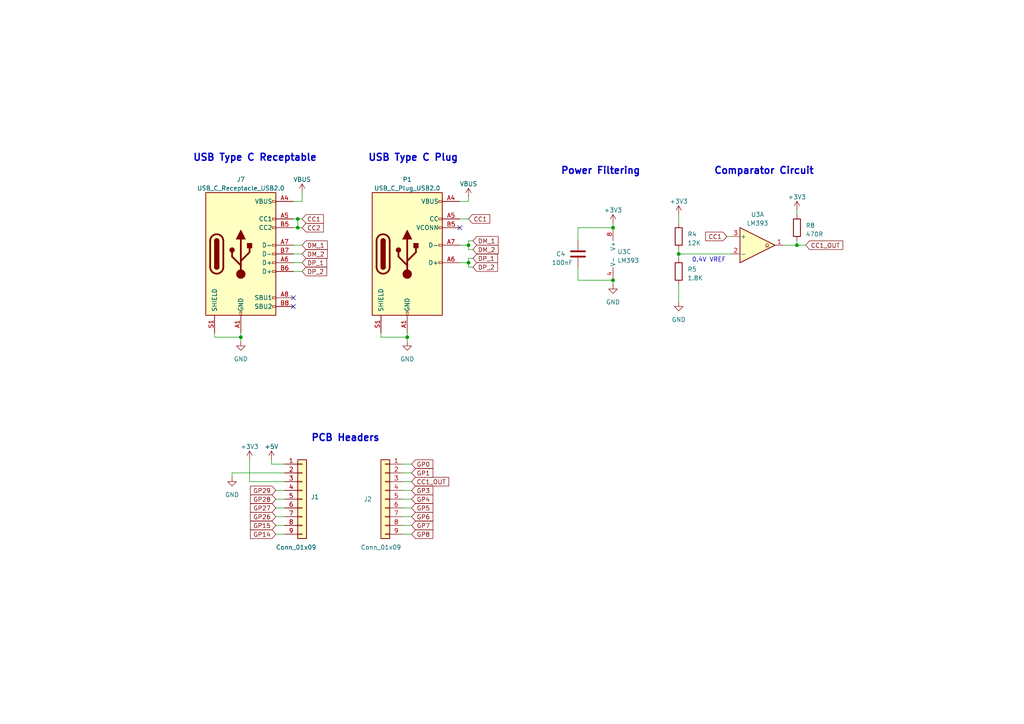
<source format=kicad_sch>
(kicad_sch (version 20230121) (generator eeschema)

  (uuid a324b0e0-b83c-4671-a7c4-d7cac57eb41a)

  (paper "A4")

  (title_block
    (title "Pico PD Sniffer")
    (date "2025-08-23")
    (rev "1.0")
    (company "Orestis Mokas")
  )

  (lib_symbols
    (symbol "Comparator:LM393" (pin_names (offset 0.127)) (in_bom yes) (on_board yes)
      (property "Reference" "U" (at 3.81 3.81 0)
        (effects (font (size 1.27 1.27)))
      )
      (property "Value" "LM393" (at 6.35 -3.81 0)
        (effects (font (size 1.27 1.27)))
      )
      (property "Footprint" "" (at 0 0 0)
        (effects (font (size 1.27 1.27)) hide)
      )
      (property "Datasheet" "http://www.ti.com/lit/ds/symlink/lm393.pdf" (at 0 0 0)
        (effects (font (size 1.27 1.27)) hide)
      )
      (property "ki_locked" "" (at 0 0 0)
        (effects (font (size 1.27 1.27)))
      )
      (property "ki_keywords" "cmp open collector" (at 0 0 0)
        (effects (font (size 1.27 1.27)) hide)
      )
      (property "ki_description" "Low-Power, Low-Offset Voltage, Dual Comparators, DIP-8/SOIC-8/TO-99-8" (at 0 0 0)
        (effects (font (size 1.27 1.27)) hide)
      )
      (property "ki_fp_filters" "SOIC*3.9x4.9mm*P1.27mm* DIP*W7.62mm* SOP*5.28x5.23mm*P1.27mm* VSSOP*3.0x3.0mm*P0.65mm* TSSOP*4.4x3mm*P0.65mm*" (at 0 0 0)
        (effects (font (size 1.27 1.27)) hide)
      )
      (symbol "LM393_1_1"
        (polyline
          (pts
            (xy -5.08 5.08)
            (xy 5.08 0)
            (xy -5.08 -5.08)
            (xy -5.08 5.08)
          )
          (stroke (width 0.254) (type default))
          (fill (type background))
        )
        (polyline
          (pts
            (xy 3.302 -0.508)
            (xy 2.794 -0.508)
            (xy 3.302 0)
            (xy 2.794 0.508)
            (xy 2.286 0)
            (xy 2.794 -0.508)
            (xy 2.286 -0.508)
          )
          (stroke (width 0.127) (type default))
          (fill (type none))
        )
        (pin open_collector line (at 7.62 0 180) (length 2.54)
          (name "~" (effects (font (size 1.27 1.27))))
          (number "1" (effects (font (size 1.27 1.27))))
        )
        (pin input line (at -7.62 -2.54 0) (length 2.54)
          (name "-" (effects (font (size 1.27 1.27))))
          (number "2" (effects (font (size 1.27 1.27))))
        )
        (pin input line (at -7.62 2.54 0) (length 2.54)
          (name "+" (effects (font (size 1.27 1.27))))
          (number "3" (effects (font (size 1.27 1.27))))
        )
      )
      (symbol "LM393_2_1"
        (polyline
          (pts
            (xy -5.08 5.08)
            (xy 5.08 0)
            (xy -5.08 -5.08)
            (xy -5.08 5.08)
          )
          (stroke (width 0.254) (type default))
          (fill (type background))
        )
        (polyline
          (pts
            (xy 3.302 -0.508)
            (xy 2.794 -0.508)
            (xy 3.302 0)
            (xy 2.794 0.508)
            (xy 2.286 0)
            (xy 2.794 -0.508)
            (xy 2.286 -0.508)
          )
          (stroke (width 0.127) (type default))
          (fill (type none))
        )
        (pin input line (at -7.62 2.54 0) (length 2.54)
          (name "+" (effects (font (size 1.27 1.27))))
          (number "5" (effects (font (size 1.27 1.27))))
        )
        (pin input line (at -7.62 -2.54 0) (length 2.54)
          (name "-" (effects (font (size 1.27 1.27))))
          (number "6" (effects (font (size 1.27 1.27))))
        )
        (pin open_collector line (at 7.62 0 180) (length 2.54)
          (name "~" (effects (font (size 1.27 1.27))))
          (number "7" (effects (font (size 1.27 1.27))))
        )
      )
      (symbol "LM393_3_1"
        (pin power_in line (at -2.54 -7.62 90) (length 3.81)
          (name "V-" (effects (font (size 1.27 1.27))))
          (number "4" (effects (font (size 1.27 1.27))))
        )
        (pin power_in line (at -2.54 7.62 270) (length 3.81)
          (name "V+" (effects (font (size 1.27 1.27))))
          (number "8" (effects (font (size 1.27 1.27))))
        )
      )
    )
    (symbol "Connector:USB_C_Plug_USB2.0" (pin_names (offset 1.016)) (in_bom yes) (on_board yes)
      (property "Reference" "P" (at -10.16 19.05 0)
        (effects (font (size 1.27 1.27)) (justify left))
      )
      (property "Value" "USB_C_Plug_USB2.0" (at 12.7 19.05 0)
        (effects (font (size 1.27 1.27)) (justify right))
      )
      (property "Footprint" "" (at 3.81 0 0)
        (effects (font (size 1.27 1.27)) hide)
      )
      (property "Datasheet" "https://www.usb.org/sites/default/files/documents/usb_type-c.zip" (at 3.81 0 0)
        (effects (font (size 1.27 1.27)) hide)
      )
      (property "ki_keywords" "usb universal serial bus type-C USB2.0" (at 0 0 0)
        (effects (font (size 1.27 1.27)) hide)
      )
      (property "ki_description" "USB 2.0-only Type-C Plug connector" (at 0 0 0)
        (effects (font (size 1.27 1.27)) hide)
      )
      (property "ki_fp_filters" "USB*C*Plug*" (at 0 0 0)
        (effects (font (size 1.27 1.27)) hide)
      )
      (symbol "USB_C_Plug_USB2.0_0_0"
        (rectangle (start -0.254 -17.78) (end 0.254 -16.764)
          (stroke (width 0) (type default))
          (fill (type none))
        )
        (rectangle (start 10.16 -2.286) (end 9.144 -2.794)
          (stroke (width 0) (type default))
          (fill (type none))
        )
        (rectangle (start 10.16 2.794) (end 9.144 2.286)
          (stroke (width 0) (type default))
          (fill (type none))
        )
        (rectangle (start 10.16 7.874) (end 9.144 7.366)
          (stroke (width 0) (type default))
          (fill (type none))
        )
        (rectangle (start 10.16 10.414) (end 9.144 9.906)
          (stroke (width 0) (type default))
          (fill (type none))
        )
        (rectangle (start 10.16 15.494) (end 9.144 14.986)
          (stroke (width 0) (type default))
          (fill (type none))
        )
      )
      (symbol "USB_C_Plug_USB2.0_0_1"
        (rectangle (start -10.16 17.78) (end 10.16 -17.78)
          (stroke (width 0.254) (type default))
          (fill (type background))
        )
        (arc (start -8.89 -3.81) (mid -6.985 -5.7067) (end -5.08 -3.81)
          (stroke (width 0.508) (type default))
          (fill (type none))
        )
        (arc (start -7.62 -3.81) (mid -6.985 -4.4423) (end -6.35 -3.81)
          (stroke (width 0.254) (type default))
          (fill (type none))
        )
        (arc (start -7.62 -3.81) (mid -6.985 -4.4423) (end -6.35 -3.81)
          (stroke (width 0.254) (type default))
          (fill (type outline))
        )
        (rectangle (start -7.62 -3.81) (end -6.35 3.81)
          (stroke (width 0.254) (type default))
          (fill (type outline))
        )
        (arc (start -6.35 3.81) (mid -6.985 4.4423) (end -7.62 3.81)
          (stroke (width 0.254) (type default))
          (fill (type none))
        )
        (arc (start -6.35 3.81) (mid -6.985 4.4423) (end -7.62 3.81)
          (stroke (width 0.254) (type default))
          (fill (type outline))
        )
        (arc (start -5.08 3.81) (mid -6.985 5.7067) (end -8.89 3.81)
          (stroke (width 0.508) (type default))
          (fill (type none))
        )
        (circle (center -2.54 1.143) (radius 0.635)
          (stroke (width 0.254) (type default))
          (fill (type outline))
        )
        (circle (center 0 -5.842) (radius 1.27)
          (stroke (width 0) (type default))
          (fill (type outline))
        )
        (polyline
          (pts
            (xy -8.89 -3.81)
            (xy -8.89 3.81)
          )
          (stroke (width 0.508) (type default))
          (fill (type none))
        )
        (polyline
          (pts
            (xy -5.08 3.81)
            (xy -5.08 -3.81)
          )
          (stroke (width 0.508) (type default))
          (fill (type none))
        )
        (polyline
          (pts
            (xy 0 -5.842)
            (xy 0 4.318)
          )
          (stroke (width 0.508) (type default))
          (fill (type none))
        )
        (polyline
          (pts
            (xy 0 -3.302)
            (xy -2.54 -0.762)
            (xy -2.54 0.508)
          )
          (stroke (width 0.508) (type default))
          (fill (type none))
        )
        (polyline
          (pts
            (xy 0 -2.032)
            (xy 2.54 0.508)
            (xy 2.54 1.778)
          )
          (stroke (width 0.508) (type default))
          (fill (type none))
        )
        (polyline
          (pts
            (xy -1.27 4.318)
            (xy 0 6.858)
            (xy 1.27 4.318)
            (xy -1.27 4.318)
          )
          (stroke (width 0.254) (type default))
          (fill (type outline))
        )
        (rectangle (start 1.905 1.778) (end 3.175 3.048)
          (stroke (width 0.254) (type default))
          (fill (type outline))
        )
      )
      (symbol "USB_C_Plug_USB2.0_1_1"
        (pin passive line (at 0 -22.86 90) (length 5.08)
          (name "GND" (effects (font (size 1.27 1.27))))
          (number "A1" (effects (font (size 1.27 1.27))))
        )
        (pin passive line (at 0 -22.86 90) (length 5.08) hide
          (name "GND" (effects (font (size 1.27 1.27))))
          (number "A12" (effects (font (size 1.27 1.27))))
        )
        (pin passive line (at 15.24 15.24 180) (length 5.08)
          (name "VBUS" (effects (font (size 1.27 1.27))))
          (number "A4" (effects (font (size 1.27 1.27))))
        )
        (pin bidirectional line (at 15.24 10.16 180) (length 5.08)
          (name "CC" (effects (font (size 1.27 1.27))))
          (number "A5" (effects (font (size 1.27 1.27))))
        )
        (pin bidirectional line (at 15.24 -2.54 180) (length 5.08)
          (name "D+" (effects (font (size 1.27 1.27))))
          (number "A6" (effects (font (size 1.27 1.27))))
        )
        (pin bidirectional line (at 15.24 2.54 180) (length 5.08)
          (name "D-" (effects (font (size 1.27 1.27))))
          (number "A7" (effects (font (size 1.27 1.27))))
        )
        (pin passive line (at 15.24 15.24 180) (length 5.08) hide
          (name "VBUS" (effects (font (size 1.27 1.27))))
          (number "A9" (effects (font (size 1.27 1.27))))
        )
        (pin passive line (at 0 -22.86 90) (length 5.08) hide
          (name "GND" (effects (font (size 1.27 1.27))))
          (number "B1" (effects (font (size 1.27 1.27))))
        )
        (pin passive line (at 0 -22.86 90) (length 5.08) hide
          (name "GND" (effects (font (size 1.27 1.27))))
          (number "B12" (effects (font (size 1.27 1.27))))
        )
        (pin passive line (at 15.24 15.24 180) (length 5.08) hide
          (name "VBUS" (effects (font (size 1.27 1.27))))
          (number "B4" (effects (font (size 1.27 1.27))))
        )
        (pin bidirectional line (at 15.24 7.62 180) (length 5.08)
          (name "VCONN" (effects (font (size 1.27 1.27))))
          (number "B5" (effects (font (size 1.27 1.27))))
        )
        (pin passive line (at 15.24 15.24 180) (length 5.08) hide
          (name "VBUS" (effects (font (size 1.27 1.27))))
          (number "B9" (effects (font (size 1.27 1.27))))
        )
        (pin passive line (at -7.62 -22.86 90) (length 5.08)
          (name "SHIELD" (effects (font (size 1.27 1.27))))
          (number "S1" (effects (font (size 1.27 1.27))))
        )
      )
    )
    (symbol "Connector:USB_C_Receptacle_USB2.0" (pin_names (offset 1.016)) (in_bom yes) (on_board yes)
      (property "Reference" "J" (at -10.16 19.05 0)
        (effects (font (size 1.27 1.27)) (justify left))
      )
      (property "Value" "USB_C_Receptacle_USB2.0" (at 19.05 19.05 0)
        (effects (font (size 1.27 1.27)) (justify right))
      )
      (property "Footprint" "" (at 3.81 0 0)
        (effects (font (size 1.27 1.27)) hide)
      )
      (property "Datasheet" "https://www.usb.org/sites/default/files/documents/usb_type-c.zip" (at 3.81 0 0)
        (effects (font (size 1.27 1.27)) hide)
      )
      (property "ki_keywords" "usb universal serial bus type-C USB2.0" (at 0 0 0)
        (effects (font (size 1.27 1.27)) hide)
      )
      (property "ki_description" "USB 2.0-only Type-C Receptacle connector" (at 0 0 0)
        (effects (font (size 1.27 1.27)) hide)
      )
      (property "ki_fp_filters" "USB*C*Receptacle*" (at 0 0 0)
        (effects (font (size 1.27 1.27)) hide)
      )
      (symbol "USB_C_Receptacle_USB2.0_0_0"
        (rectangle (start -0.254 -17.78) (end 0.254 -16.764)
          (stroke (width 0) (type default))
          (fill (type none))
        )
        (rectangle (start 10.16 -14.986) (end 9.144 -15.494)
          (stroke (width 0) (type default))
          (fill (type none))
        )
        (rectangle (start 10.16 -12.446) (end 9.144 -12.954)
          (stroke (width 0) (type default))
          (fill (type none))
        )
        (rectangle (start 10.16 -4.826) (end 9.144 -5.334)
          (stroke (width 0) (type default))
          (fill (type none))
        )
        (rectangle (start 10.16 -2.286) (end 9.144 -2.794)
          (stroke (width 0) (type default))
          (fill (type none))
        )
        (rectangle (start 10.16 0.254) (end 9.144 -0.254)
          (stroke (width 0) (type default))
          (fill (type none))
        )
        (rectangle (start 10.16 2.794) (end 9.144 2.286)
          (stroke (width 0) (type default))
          (fill (type none))
        )
        (rectangle (start 10.16 7.874) (end 9.144 7.366)
          (stroke (width 0) (type default))
          (fill (type none))
        )
        (rectangle (start 10.16 10.414) (end 9.144 9.906)
          (stroke (width 0) (type default))
          (fill (type none))
        )
        (rectangle (start 10.16 15.494) (end 9.144 14.986)
          (stroke (width 0) (type default))
          (fill (type none))
        )
      )
      (symbol "USB_C_Receptacle_USB2.0_0_1"
        (rectangle (start -10.16 17.78) (end 10.16 -17.78)
          (stroke (width 0.254) (type default))
          (fill (type background))
        )
        (arc (start -8.89 -3.81) (mid -6.985 -5.7067) (end -5.08 -3.81)
          (stroke (width 0.508) (type default))
          (fill (type none))
        )
        (arc (start -7.62 -3.81) (mid -6.985 -4.4423) (end -6.35 -3.81)
          (stroke (width 0.254) (type default))
          (fill (type none))
        )
        (arc (start -7.62 -3.81) (mid -6.985 -4.4423) (end -6.35 -3.81)
          (stroke (width 0.254) (type default))
          (fill (type outline))
        )
        (rectangle (start -7.62 -3.81) (end -6.35 3.81)
          (stroke (width 0.254) (type default))
          (fill (type outline))
        )
        (arc (start -6.35 3.81) (mid -6.985 4.4423) (end -7.62 3.81)
          (stroke (width 0.254) (type default))
          (fill (type none))
        )
        (arc (start -6.35 3.81) (mid -6.985 4.4423) (end -7.62 3.81)
          (stroke (width 0.254) (type default))
          (fill (type outline))
        )
        (arc (start -5.08 3.81) (mid -6.985 5.7067) (end -8.89 3.81)
          (stroke (width 0.508) (type default))
          (fill (type none))
        )
        (circle (center -2.54 1.143) (radius 0.635)
          (stroke (width 0.254) (type default))
          (fill (type outline))
        )
        (circle (center 0 -5.842) (radius 1.27)
          (stroke (width 0) (type default))
          (fill (type outline))
        )
        (polyline
          (pts
            (xy -8.89 -3.81)
            (xy -8.89 3.81)
          )
          (stroke (width 0.508) (type default))
          (fill (type none))
        )
        (polyline
          (pts
            (xy -5.08 3.81)
            (xy -5.08 -3.81)
          )
          (stroke (width 0.508) (type default))
          (fill (type none))
        )
        (polyline
          (pts
            (xy 0 -5.842)
            (xy 0 4.318)
          )
          (stroke (width 0.508) (type default))
          (fill (type none))
        )
        (polyline
          (pts
            (xy 0 -3.302)
            (xy -2.54 -0.762)
            (xy -2.54 0.508)
          )
          (stroke (width 0.508) (type default))
          (fill (type none))
        )
        (polyline
          (pts
            (xy 0 -2.032)
            (xy 2.54 0.508)
            (xy 2.54 1.778)
          )
          (stroke (width 0.508) (type default))
          (fill (type none))
        )
        (polyline
          (pts
            (xy -1.27 4.318)
            (xy 0 6.858)
            (xy 1.27 4.318)
            (xy -1.27 4.318)
          )
          (stroke (width 0.254) (type default))
          (fill (type outline))
        )
        (rectangle (start 1.905 1.778) (end 3.175 3.048)
          (stroke (width 0.254) (type default))
          (fill (type outline))
        )
      )
      (symbol "USB_C_Receptacle_USB2.0_1_1"
        (pin passive line (at 0 -22.86 90) (length 5.08)
          (name "GND" (effects (font (size 1.27 1.27))))
          (number "A1" (effects (font (size 1.27 1.27))))
        )
        (pin passive line (at 0 -22.86 90) (length 5.08) hide
          (name "GND" (effects (font (size 1.27 1.27))))
          (number "A12" (effects (font (size 1.27 1.27))))
        )
        (pin passive line (at 15.24 15.24 180) (length 5.08)
          (name "VBUS" (effects (font (size 1.27 1.27))))
          (number "A4" (effects (font (size 1.27 1.27))))
        )
        (pin bidirectional line (at 15.24 10.16 180) (length 5.08)
          (name "CC1" (effects (font (size 1.27 1.27))))
          (number "A5" (effects (font (size 1.27 1.27))))
        )
        (pin bidirectional line (at 15.24 -2.54 180) (length 5.08)
          (name "D+" (effects (font (size 1.27 1.27))))
          (number "A6" (effects (font (size 1.27 1.27))))
        )
        (pin bidirectional line (at 15.24 2.54 180) (length 5.08)
          (name "D-" (effects (font (size 1.27 1.27))))
          (number "A7" (effects (font (size 1.27 1.27))))
        )
        (pin bidirectional line (at 15.24 -12.7 180) (length 5.08)
          (name "SBU1" (effects (font (size 1.27 1.27))))
          (number "A8" (effects (font (size 1.27 1.27))))
        )
        (pin passive line (at 15.24 15.24 180) (length 5.08) hide
          (name "VBUS" (effects (font (size 1.27 1.27))))
          (number "A9" (effects (font (size 1.27 1.27))))
        )
        (pin passive line (at 0 -22.86 90) (length 5.08) hide
          (name "GND" (effects (font (size 1.27 1.27))))
          (number "B1" (effects (font (size 1.27 1.27))))
        )
        (pin passive line (at 0 -22.86 90) (length 5.08) hide
          (name "GND" (effects (font (size 1.27 1.27))))
          (number "B12" (effects (font (size 1.27 1.27))))
        )
        (pin passive line (at 15.24 15.24 180) (length 5.08) hide
          (name "VBUS" (effects (font (size 1.27 1.27))))
          (number "B4" (effects (font (size 1.27 1.27))))
        )
        (pin bidirectional line (at 15.24 7.62 180) (length 5.08)
          (name "CC2" (effects (font (size 1.27 1.27))))
          (number "B5" (effects (font (size 1.27 1.27))))
        )
        (pin bidirectional line (at 15.24 -5.08 180) (length 5.08)
          (name "D+" (effects (font (size 1.27 1.27))))
          (number "B6" (effects (font (size 1.27 1.27))))
        )
        (pin bidirectional line (at 15.24 0 180) (length 5.08)
          (name "D-" (effects (font (size 1.27 1.27))))
          (number "B7" (effects (font (size 1.27 1.27))))
        )
        (pin bidirectional line (at 15.24 -15.24 180) (length 5.08)
          (name "SBU2" (effects (font (size 1.27 1.27))))
          (number "B8" (effects (font (size 1.27 1.27))))
        )
        (pin passive line (at 15.24 15.24 180) (length 5.08) hide
          (name "VBUS" (effects (font (size 1.27 1.27))))
          (number "B9" (effects (font (size 1.27 1.27))))
        )
        (pin passive line (at -7.62 -22.86 90) (length 5.08)
          (name "SHIELD" (effects (font (size 1.27 1.27))))
          (number "S1" (effects (font (size 1.27 1.27))))
        )
      )
    )
    (symbol "Connector_Generic:Conn_01x09" (pin_names (offset 1.016) hide) (in_bom yes) (on_board yes)
      (property "Reference" "J" (at 0 12.7 0)
        (effects (font (size 1.27 1.27)))
      )
      (property "Value" "Conn_01x09" (at 0 -12.7 0)
        (effects (font (size 1.27 1.27)))
      )
      (property "Footprint" "" (at 0 0 0)
        (effects (font (size 1.27 1.27)) hide)
      )
      (property "Datasheet" "~" (at 0 0 0)
        (effects (font (size 1.27 1.27)) hide)
      )
      (property "ki_keywords" "connector" (at 0 0 0)
        (effects (font (size 1.27 1.27)) hide)
      )
      (property "ki_description" "Generic connector, single row, 01x09, script generated (kicad-library-utils/schlib/autogen/connector/)" (at 0 0 0)
        (effects (font (size 1.27 1.27)) hide)
      )
      (property "ki_fp_filters" "Connector*:*_1x??_*" (at 0 0 0)
        (effects (font (size 1.27 1.27)) hide)
      )
      (symbol "Conn_01x09_1_1"
        (rectangle (start -1.27 -10.033) (end 0 -10.287)
          (stroke (width 0.1524) (type default))
          (fill (type none))
        )
        (rectangle (start -1.27 -7.493) (end 0 -7.747)
          (stroke (width 0.1524) (type default))
          (fill (type none))
        )
        (rectangle (start -1.27 -4.953) (end 0 -5.207)
          (stroke (width 0.1524) (type default))
          (fill (type none))
        )
        (rectangle (start -1.27 -2.413) (end 0 -2.667)
          (stroke (width 0.1524) (type default))
          (fill (type none))
        )
        (rectangle (start -1.27 0.127) (end 0 -0.127)
          (stroke (width 0.1524) (type default))
          (fill (type none))
        )
        (rectangle (start -1.27 2.667) (end 0 2.413)
          (stroke (width 0.1524) (type default))
          (fill (type none))
        )
        (rectangle (start -1.27 5.207) (end 0 4.953)
          (stroke (width 0.1524) (type default))
          (fill (type none))
        )
        (rectangle (start -1.27 7.747) (end 0 7.493)
          (stroke (width 0.1524) (type default))
          (fill (type none))
        )
        (rectangle (start -1.27 10.287) (end 0 10.033)
          (stroke (width 0.1524) (type default))
          (fill (type none))
        )
        (rectangle (start -1.27 11.43) (end 1.27 -11.43)
          (stroke (width 0.254) (type default))
          (fill (type background))
        )
        (pin passive line (at -5.08 10.16 0) (length 3.81)
          (name "Pin_1" (effects (font (size 1.27 1.27))))
          (number "1" (effects (font (size 1.27 1.27))))
        )
        (pin passive line (at -5.08 7.62 0) (length 3.81)
          (name "Pin_2" (effects (font (size 1.27 1.27))))
          (number "2" (effects (font (size 1.27 1.27))))
        )
        (pin passive line (at -5.08 5.08 0) (length 3.81)
          (name "Pin_3" (effects (font (size 1.27 1.27))))
          (number "3" (effects (font (size 1.27 1.27))))
        )
        (pin passive line (at -5.08 2.54 0) (length 3.81)
          (name "Pin_4" (effects (font (size 1.27 1.27))))
          (number "4" (effects (font (size 1.27 1.27))))
        )
        (pin passive line (at -5.08 0 0) (length 3.81)
          (name "Pin_5" (effects (font (size 1.27 1.27))))
          (number "5" (effects (font (size 1.27 1.27))))
        )
        (pin passive line (at -5.08 -2.54 0) (length 3.81)
          (name "Pin_6" (effects (font (size 1.27 1.27))))
          (number "6" (effects (font (size 1.27 1.27))))
        )
        (pin passive line (at -5.08 -5.08 0) (length 3.81)
          (name "Pin_7" (effects (font (size 1.27 1.27))))
          (number "7" (effects (font (size 1.27 1.27))))
        )
        (pin passive line (at -5.08 -7.62 0) (length 3.81)
          (name "Pin_8" (effects (font (size 1.27 1.27))))
          (number "8" (effects (font (size 1.27 1.27))))
        )
        (pin passive line (at -5.08 -10.16 0) (length 3.81)
          (name "Pin_9" (effects (font (size 1.27 1.27))))
          (number "9" (effects (font (size 1.27 1.27))))
        )
      )
    )
    (symbol "Device:C" (pin_numbers hide) (pin_names (offset 0.254)) (in_bom yes) (on_board yes)
      (property "Reference" "C" (at 0.635 2.54 0)
        (effects (font (size 1.27 1.27)) (justify left))
      )
      (property "Value" "C" (at 0.635 -2.54 0)
        (effects (font (size 1.27 1.27)) (justify left))
      )
      (property "Footprint" "" (at 0.9652 -3.81 0)
        (effects (font (size 1.27 1.27)) hide)
      )
      (property "Datasheet" "~" (at 0 0 0)
        (effects (font (size 1.27 1.27)) hide)
      )
      (property "ki_keywords" "cap capacitor" (at 0 0 0)
        (effects (font (size 1.27 1.27)) hide)
      )
      (property "ki_description" "Unpolarized capacitor" (at 0 0 0)
        (effects (font (size 1.27 1.27)) hide)
      )
      (property "ki_fp_filters" "C_*" (at 0 0 0)
        (effects (font (size 1.27 1.27)) hide)
      )
      (symbol "C_0_1"
        (polyline
          (pts
            (xy -2.032 -0.762)
            (xy 2.032 -0.762)
          )
          (stroke (width 0.508) (type default))
          (fill (type none))
        )
        (polyline
          (pts
            (xy -2.032 0.762)
            (xy 2.032 0.762)
          )
          (stroke (width 0.508) (type default))
          (fill (type none))
        )
      )
      (symbol "C_1_1"
        (pin passive line (at 0 3.81 270) (length 2.794)
          (name "~" (effects (font (size 1.27 1.27))))
          (number "1" (effects (font (size 1.27 1.27))))
        )
        (pin passive line (at 0 -3.81 90) (length 2.794)
          (name "~" (effects (font (size 1.27 1.27))))
          (number "2" (effects (font (size 1.27 1.27))))
        )
      )
    )
    (symbol "Device:R" (pin_numbers hide) (pin_names (offset 0)) (in_bom yes) (on_board yes)
      (property "Reference" "R" (at 2.032 0 90)
        (effects (font (size 1.27 1.27)))
      )
      (property "Value" "R" (at 0 0 90)
        (effects (font (size 1.27 1.27)))
      )
      (property "Footprint" "" (at -1.778 0 90)
        (effects (font (size 1.27 1.27)) hide)
      )
      (property "Datasheet" "~" (at 0 0 0)
        (effects (font (size 1.27 1.27)) hide)
      )
      (property "ki_keywords" "R res resistor" (at 0 0 0)
        (effects (font (size 1.27 1.27)) hide)
      )
      (property "ki_description" "Resistor" (at 0 0 0)
        (effects (font (size 1.27 1.27)) hide)
      )
      (property "ki_fp_filters" "R_*" (at 0 0 0)
        (effects (font (size 1.27 1.27)) hide)
      )
      (symbol "R_0_1"
        (rectangle (start -1.016 -2.54) (end 1.016 2.54)
          (stroke (width 0.254) (type default))
          (fill (type none))
        )
      )
      (symbol "R_1_1"
        (pin passive line (at 0 3.81 270) (length 1.27)
          (name "~" (effects (font (size 1.27 1.27))))
          (number "1" (effects (font (size 1.27 1.27))))
        )
        (pin passive line (at 0 -3.81 90) (length 1.27)
          (name "~" (effects (font (size 1.27 1.27))))
          (number "2" (effects (font (size 1.27 1.27))))
        )
      )
    )
    (symbol "power:+3V3" (power) (pin_names (offset 0)) (in_bom yes) (on_board yes)
      (property "Reference" "#PWR" (at 0 -3.81 0)
        (effects (font (size 1.27 1.27)) hide)
      )
      (property "Value" "+3V3" (at 0 3.556 0)
        (effects (font (size 1.27 1.27)))
      )
      (property "Footprint" "" (at 0 0 0)
        (effects (font (size 1.27 1.27)) hide)
      )
      (property "Datasheet" "" (at 0 0 0)
        (effects (font (size 1.27 1.27)) hide)
      )
      (property "ki_keywords" "global power" (at 0 0 0)
        (effects (font (size 1.27 1.27)) hide)
      )
      (property "ki_description" "Power symbol creates a global label with name \"+3V3\"" (at 0 0 0)
        (effects (font (size 1.27 1.27)) hide)
      )
      (symbol "+3V3_0_1"
        (polyline
          (pts
            (xy -0.762 1.27)
            (xy 0 2.54)
          )
          (stroke (width 0) (type default))
          (fill (type none))
        )
        (polyline
          (pts
            (xy 0 0)
            (xy 0 2.54)
          )
          (stroke (width 0) (type default))
          (fill (type none))
        )
        (polyline
          (pts
            (xy 0 2.54)
            (xy 0.762 1.27)
          )
          (stroke (width 0) (type default))
          (fill (type none))
        )
      )
      (symbol "+3V3_1_1"
        (pin power_in line (at 0 0 90) (length 0) hide
          (name "+3V3" (effects (font (size 1.27 1.27))))
          (number "1" (effects (font (size 1.27 1.27))))
        )
      )
    )
    (symbol "power:+5V" (power) (pin_names (offset 0)) (in_bom yes) (on_board yes)
      (property "Reference" "#PWR" (at 0 -3.81 0)
        (effects (font (size 1.27 1.27)) hide)
      )
      (property "Value" "+5V" (at 0 3.556 0)
        (effects (font (size 1.27 1.27)))
      )
      (property "Footprint" "" (at 0 0 0)
        (effects (font (size 1.27 1.27)) hide)
      )
      (property "Datasheet" "" (at 0 0 0)
        (effects (font (size 1.27 1.27)) hide)
      )
      (property "ki_keywords" "global power" (at 0 0 0)
        (effects (font (size 1.27 1.27)) hide)
      )
      (property "ki_description" "Power symbol creates a global label with name \"+5V\"" (at 0 0 0)
        (effects (font (size 1.27 1.27)) hide)
      )
      (symbol "+5V_0_1"
        (polyline
          (pts
            (xy -0.762 1.27)
            (xy 0 2.54)
          )
          (stroke (width 0) (type default))
          (fill (type none))
        )
        (polyline
          (pts
            (xy 0 0)
            (xy 0 2.54)
          )
          (stroke (width 0) (type default))
          (fill (type none))
        )
        (polyline
          (pts
            (xy 0 2.54)
            (xy 0.762 1.27)
          )
          (stroke (width 0) (type default))
          (fill (type none))
        )
      )
      (symbol "+5V_1_1"
        (pin power_in line (at 0 0 90) (length 0) hide
          (name "+5V" (effects (font (size 1.27 1.27))))
          (number "1" (effects (font (size 1.27 1.27))))
        )
      )
    )
    (symbol "power:GND" (power) (pin_names (offset 0)) (in_bom yes) (on_board yes)
      (property "Reference" "#PWR" (at 0 -6.35 0)
        (effects (font (size 1.27 1.27)) hide)
      )
      (property "Value" "GND" (at 0 -3.81 0)
        (effects (font (size 1.27 1.27)))
      )
      (property "Footprint" "" (at 0 0 0)
        (effects (font (size 1.27 1.27)) hide)
      )
      (property "Datasheet" "" (at 0 0 0)
        (effects (font (size 1.27 1.27)) hide)
      )
      (property "ki_keywords" "global power" (at 0 0 0)
        (effects (font (size 1.27 1.27)) hide)
      )
      (property "ki_description" "Power symbol creates a global label with name \"GND\" , ground" (at 0 0 0)
        (effects (font (size 1.27 1.27)) hide)
      )
      (symbol "GND_0_1"
        (polyline
          (pts
            (xy 0 0)
            (xy 0 -1.27)
            (xy 1.27 -1.27)
            (xy 0 -2.54)
            (xy -1.27 -1.27)
            (xy 0 -1.27)
          )
          (stroke (width 0) (type default))
          (fill (type none))
        )
      )
      (symbol "GND_1_1"
        (pin power_in line (at 0 0 270) (length 0) hide
          (name "GND" (effects (font (size 1.27 1.27))))
          (number "1" (effects (font (size 1.27 1.27))))
        )
      )
    )
    (symbol "power:VBUS" (power) (pin_names (offset 0)) (in_bom yes) (on_board yes)
      (property "Reference" "#PWR" (at 0 -3.81 0)
        (effects (font (size 1.27 1.27)) hide)
      )
      (property "Value" "VBUS" (at 0 3.81 0)
        (effects (font (size 1.27 1.27)))
      )
      (property "Footprint" "" (at 0 0 0)
        (effects (font (size 1.27 1.27)) hide)
      )
      (property "Datasheet" "" (at 0 0 0)
        (effects (font (size 1.27 1.27)) hide)
      )
      (property "ki_keywords" "global power" (at 0 0 0)
        (effects (font (size 1.27 1.27)) hide)
      )
      (property "ki_description" "Power symbol creates a global label with name \"VBUS\"" (at 0 0 0)
        (effects (font (size 1.27 1.27)) hide)
      )
      (symbol "VBUS_0_1"
        (polyline
          (pts
            (xy -0.762 1.27)
            (xy 0 2.54)
          )
          (stroke (width 0) (type default))
          (fill (type none))
        )
        (polyline
          (pts
            (xy 0 0)
            (xy 0 2.54)
          )
          (stroke (width 0) (type default))
          (fill (type none))
        )
        (polyline
          (pts
            (xy 0 2.54)
            (xy 0.762 1.27)
          )
          (stroke (width 0) (type default))
          (fill (type none))
        )
      )
      (symbol "VBUS_1_1"
        (pin power_in line (at 0 0 90) (length 0) hide
          (name "VBUS" (effects (font (size 1.27 1.27))))
          (number "1" (effects (font (size 1.27 1.27))))
        )
      )
    )
  )

  (junction (at 86.36 63.5) (diameter 0) (color 0 0 0 0)
    (uuid 083d5244-b22a-4942-9f84-68aebe3c1bac)
  )
  (junction (at 135.89 71.12) (diameter 0) (color 0 0 0 0)
    (uuid 24dec28a-4458-426f-a845-98870b3bf9e4)
  )
  (junction (at 69.85 97.79) (diameter 0) (color 0 0 0 0)
    (uuid 2621dadd-c206-4737-bb97-419ce1974a13)
  )
  (junction (at 135.89 76.2) (diameter 0) (color 0 0 0 0)
    (uuid 28693a25-6bbe-4d4d-9305-066bb80dfafc)
  )
  (junction (at 231.14 71.12) (diameter 0) (color 0 0 0 0)
    (uuid 5f9b343e-db96-454a-97bf-009aab0bfd27)
  )
  (junction (at 118.11 97.79) (diameter 0) (color 0 0 0 0)
    (uuid 7e7c688c-c4af-4837-9000-0c90e787bf49)
  )
  (junction (at 196.85 73.66) (diameter 0) (color 0 0 0 0)
    (uuid 8d9d8e8e-04c2-40b8-afad-b7f62f2c8a95)
  )
  (junction (at 177.8 81.28) (diameter 0) (color 0 0 0 0)
    (uuid aecbbefe-b968-4faf-92aa-1f70e9ba6258)
  )
  (junction (at 86.36 66.04) (diameter 0) (color 0 0 0 0)
    (uuid bb26cc62-c94d-4f10-b899-9c6eba8889c1)
  )
  (junction (at 177.8 66.04) (diameter 0) (color 0 0 0 0)
    (uuid eddc495f-7f95-4f1e-b3fc-68a48f16b1f8)
  )

  (no_connect (at 85.09 86.36) (uuid 009334ed-7037-4fec-870d-1f79e8a775f5))
  (no_connect (at 85.09 88.9) (uuid 44db0b9f-fd46-4762-bccc-9da98993c87f))
  (no_connect (at 133.35 66.04) (uuid d0681716-4d90-448c-9b04-9e55e273b65b))

  (wire (pts (xy 116.84 152.4) (xy 119.38 152.4))
    (stroke (width 0) (type default))
    (uuid 011e6641-91bd-4f74-8891-ebbb5c403359)
  )
  (wire (pts (xy 87.63 58.42) (xy 87.63 55.88))
    (stroke (width 0) (type default))
    (uuid 074d078a-eb2c-449f-aff2-3f912e9fcbed)
  )
  (wire (pts (xy 133.35 76.2) (xy 135.89 76.2))
    (stroke (width 0) (type default))
    (uuid 18085d2b-0104-4e95-9c67-ece25e8fad95)
  )
  (wire (pts (xy 69.85 96.52) (xy 69.85 97.79))
    (stroke (width 0) (type default))
    (uuid 1f42de38-188b-48df-a5df-334d21805f43)
  )
  (wire (pts (xy 116.84 149.86) (xy 119.38 149.86))
    (stroke (width 0) (type default))
    (uuid 27cfc81b-daad-4044-87d8-2b9c2a0045c4)
  )
  (wire (pts (xy 67.31 137.16) (xy 82.55 137.16))
    (stroke (width 0) (type default))
    (uuid 2b77a218-25a9-4180-b748-0d71069cc596)
  )
  (wire (pts (xy 231.14 71.12) (xy 233.68 71.12))
    (stroke (width 0) (type default))
    (uuid 325320f9-a082-41ee-9b62-b3153f62a5ae)
  )
  (wire (pts (xy 167.64 66.04) (xy 177.8 66.04))
    (stroke (width 0) (type default))
    (uuid 3389e980-8646-4998-bff7-e600ca192842)
  )
  (wire (pts (xy 67.31 137.16) (xy 67.31 138.43))
    (stroke (width 0) (type default))
    (uuid 34b92714-4916-4eab-9e69-54109485aff2)
  )
  (wire (pts (xy 167.64 77.47) (xy 167.64 81.28))
    (stroke (width 0) (type default))
    (uuid 40b69816-94a6-4a1a-bdb5-7f31dbe04383)
  )
  (wire (pts (xy 86.36 66.04) (xy 87.63 66.04))
    (stroke (width 0) (type default))
    (uuid 40e12781-75d3-4a75-a0e5-a6f1061f5a4e)
  )
  (wire (pts (xy 116.84 144.78) (xy 119.38 144.78))
    (stroke (width 0) (type default))
    (uuid 43bf90a2-0d39-48cb-873e-01d6e9497790)
  )
  (wire (pts (xy 137.16 74.93) (xy 135.89 74.93))
    (stroke (width 0) (type default))
    (uuid 4f81ef84-8b53-4e51-9082-d653c7979f1e)
  )
  (wire (pts (xy 85.09 78.74) (xy 87.63 78.74))
    (stroke (width 0) (type default))
    (uuid 53a1a50d-2bb5-475f-a049-99436a6222e9)
  )
  (wire (pts (xy 196.85 72.39) (xy 196.85 73.66))
    (stroke (width 0) (type default))
    (uuid 5474f859-bb13-4dff-a73f-c41574bbbc19)
  )
  (wire (pts (xy 133.35 58.42) (xy 135.89 58.42))
    (stroke (width 0) (type default))
    (uuid 56cb5a40-a02c-433b-9d5d-a68fd44799fe)
  )
  (wire (pts (xy 85.09 76.2) (xy 87.63 76.2))
    (stroke (width 0) (type default))
    (uuid 57c5e882-cb84-4aef-8c7d-db3736dfee10)
  )
  (wire (pts (xy 137.16 69.85) (xy 135.89 69.85))
    (stroke (width 0) (type default))
    (uuid 5b25b77e-d2cc-44ee-abfe-2b231cb6fd35)
  )
  (wire (pts (xy 118.11 97.79) (xy 118.11 99.06))
    (stroke (width 0) (type default))
    (uuid 5f1cc0d2-3d86-4fb1-8524-e333a44d4fd4)
  )
  (wire (pts (xy 80.01 154.94) (xy 82.55 154.94))
    (stroke (width 0) (type default))
    (uuid 61ba8db6-9d5e-4737-a750-f7b4adfe4254)
  )
  (wire (pts (xy 135.89 72.39) (xy 137.16 72.39))
    (stroke (width 0) (type default))
    (uuid 635ab2ab-bef9-43d7-b450-5c13e064f53c)
  )
  (wire (pts (xy 135.89 74.93) (xy 135.89 76.2))
    (stroke (width 0) (type default))
    (uuid 68fb1c99-d5b3-41f9-ae7a-8e214dcdac03)
  )
  (wire (pts (xy 135.89 76.2) (xy 135.89 77.47))
    (stroke (width 0) (type default))
    (uuid 69112927-1c0d-4400-ba00-d8b43d5ba6d2)
  )
  (wire (pts (xy 78.74 134.62) (xy 82.55 134.62))
    (stroke (width 0) (type default))
    (uuid 69553ab0-ae9b-4a23-a7c5-225210e15d02)
  )
  (wire (pts (xy 196.85 73.66) (xy 196.85 74.93))
    (stroke (width 0) (type default))
    (uuid 6c6d8fa1-fc20-4755-bea7-56d747b0cd51)
  )
  (wire (pts (xy 116.84 134.62) (xy 119.38 134.62))
    (stroke (width 0) (type default))
    (uuid 6c754993-69a0-4652-896e-a86716ff7b24)
  )
  (wire (pts (xy 231.14 60.96) (xy 231.14 62.23))
    (stroke (width 0) (type default))
    (uuid 6e2e07fb-eb55-405e-90ce-87ea7a5dcfe7)
  )
  (wire (pts (xy 85.09 66.04) (xy 86.36 66.04))
    (stroke (width 0) (type default))
    (uuid 71315922-1e7a-4e09-bfca-bc53f7fb7dfd)
  )
  (wire (pts (xy 133.35 63.5) (xy 135.89 63.5))
    (stroke (width 0) (type default))
    (uuid 749bc19f-208a-44fc-9321-4258eb8fb25e)
  )
  (wire (pts (xy 110.49 96.52) (xy 110.49 97.79))
    (stroke (width 0) (type default))
    (uuid 7607fd9b-c899-4be7-8413-f33daec79dd5)
  )
  (wire (pts (xy 167.64 69.85) (xy 167.64 66.04))
    (stroke (width 0) (type default))
    (uuid 7aa78df5-ac29-4ec9-9be5-3221505bf215)
  )
  (wire (pts (xy 85.09 63.5) (xy 86.36 63.5))
    (stroke (width 0) (type default))
    (uuid 7c7ab183-d451-4de6-8a1b-43c9b8cae72d)
  )
  (wire (pts (xy 133.35 71.12) (xy 135.89 71.12))
    (stroke (width 0) (type default))
    (uuid 82f76ac8-a202-4d1c-b3dc-1a2f8832ee26)
  )
  (wire (pts (xy 116.84 147.32) (xy 119.38 147.32))
    (stroke (width 0) (type default))
    (uuid 8445d9ad-49fb-43e5-b827-52d7c5e51d1a)
  )
  (wire (pts (xy 135.89 58.42) (xy 135.89 57.15))
    (stroke (width 0) (type default))
    (uuid 85e60900-34aa-4966-8528-3a9d7bb8e823)
  )
  (wire (pts (xy 116.84 139.7) (xy 119.38 139.7))
    (stroke (width 0) (type default))
    (uuid 8cc9d519-5f16-4599-adce-b42de4b59b78)
  )
  (wire (pts (xy 80.01 149.86) (xy 82.55 149.86))
    (stroke (width 0) (type default))
    (uuid 91952f09-05e7-4311-8957-07c76674ca88)
  )
  (wire (pts (xy 85.09 58.42) (xy 87.63 58.42))
    (stroke (width 0) (type default))
    (uuid 91a4cd73-ea20-486d-aa35-31d7eeb13bd3)
  )
  (wire (pts (xy 118.11 96.52) (xy 118.11 97.79))
    (stroke (width 0) (type default))
    (uuid 92d8a6be-d161-4f7d-9d6d-79faec302010)
  )
  (wire (pts (xy 62.23 96.52) (xy 62.23 97.79))
    (stroke (width 0) (type default))
    (uuid 93a0ff44-9590-4892-9738-4c335fbe0526)
  )
  (wire (pts (xy 196.85 62.23) (xy 196.85 64.77))
    (stroke (width 0) (type default))
    (uuid 974961a9-c45e-40a5-86db-49590fa9c7d4)
  )
  (wire (pts (xy 196.85 82.55) (xy 196.85 87.63))
    (stroke (width 0) (type default))
    (uuid 9c911a78-a039-4757-bd64-85be903dc1c8)
  )
  (wire (pts (xy 62.23 97.79) (xy 69.85 97.79))
    (stroke (width 0) (type default))
    (uuid 9e3dc39f-0e30-4829-87c6-67024ebce67f)
  )
  (wire (pts (xy 78.74 133.35) (xy 78.74 134.62))
    (stroke (width 0) (type default))
    (uuid 9f99e388-24bd-4a74-981a-45d050a77404)
  )
  (wire (pts (xy 196.85 73.66) (xy 212.09 73.66))
    (stroke (width 0) (type default))
    (uuid a4ac4f61-021a-49fe-95c7-3940c08d4269)
  )
  (wire (pts (xy 116.84 154.94) (xy 119.38 154.94))
    (stroke (width 0) (type default))
    (uuid aa07025b-58be-46f7-bb1b-688f5fe33fc5)
  )
  (wire (pts (xy 231.14 69.85) (xy 231.14 71.12))
    (stroke (width 0) (type default))
    (uuid aa72f811-eeb8-43ea-a845-f1cb7d06041f)
  )
  (wire (pts (xy 135.89 71.12) (xy 135.89 72.39))
    (stroke (width 0) (type default))
    (uuid b0eb4e16-ac36-4493-8648-c29cbad50a45)
  )
  (wire (pts (xy 82.55 139.7) (xy 72.39 139.7))
    (stroke (width 0) (type default))
    (uuid b5fc01d9-7d6f-4f4a-899a-5dc4958e1e5e)
  )
  (wire (pts (xy 227.33 71.12) (xy 231.14 71.12))
    (stroke (width 0) (type default))
    (uuid be65aad2-4df7-498a-8482-54268308921d)
  )
  (wire (pts (xy 69.85 97.79) (xy 69.85 99.06))
    (stroke (width 0) (type default))
    (uuid be984d79-ef39-472a-a733-2f4f8be685e5)
  )
  (wire (pts (xy 72.39 139.7) (xy 72.39 133.35))
    (stroke (width 0) (type default))
    (uuid bf6aafcf-379c-4c87-bf5a-a838f93bcbe7)
  )
  (wire (pts (xy 85.09 73.66) (xy 87.63 73.66))
    (stroke (width 0) (type default))
    (uuid c1dcbe68-0a5e-4396-bafc-27a493132a4a)
  )
  (wire (pts (xy 85.09 71.12) (xy 87.63 71.12))
    (stroke (width 0) (type default))
    (uuid c2462574-cbb9-4479-b21c-5955b825e81d)
  )
  (wire (pts (xy 210.82 68.58) (xy 212.09 68.58))
    (stroke (width 0) (type default))
    (uuid c4f2c664-0bcc-41a9-b27a-58967aafb4a1)
  )
  (wire (pts (xy 80.01 142.24) (xy 82.55 142.24))
    (stroke (width 0) (type default))
    (uuid d234c3f7-2622-4498-a862-10d7cb4424de)
  )
  (wire (pts (xy 135.89 77.47) (xy 137.16 77.47))
    (stroke (width 0) (type default))
    (uuid d310efb9-d6f0-4c0e-8304-e2897a4bd12c)
  )
  (wire (pts (xy 135.89 69.85) (xy 135.89 71.12))
    (stroke (width 0) (type default))
    (uuid d32d28a6-0680-4f0e-8d51-e2891ba7e286)
  )
  (wire (pts (xy 116.84 142.24) (xy 119.38 142.24))
    (stroke (width 0) (type default))
    (uuid d600a57d-5a70-416d-97d6-e21aa09ecdb6)
  )
  (wire (pts (xy 167.64 81.28) (xy 177.8 81.28))
    (stroke (width 0) (type default))
    (uuid d6861b90-bdf6-4829-8007-50264fb21a3c)
  )
  (wire (pts (xy 110.49 97.79) (xy 118.11 97.79))
    (stroke (width 0) (type default))
    (uuid d8218b28-5eb8-41fe-8114-554a61f538c9)
  )
  (wire (pts (xy 177.8 64.77) (xy 177.8 66.04))
    (stroke (width 0) (type default))
    (uuid dafd6927-9d5e-4c76-aa26-aac4f3f5ffd4)
  )
  (wire (pts (xy 80.01 152.4) (xy 82.55 152.4))
    (stroke (width 0) (type default))
    (uuid e267e962-d21b-47ec-94d9-8f5f4c657ab6)
  )
  (wire (pts (xy 86.36 63.5) (xy 87.63 63.5))
    (stroke (width 0) (type default))
    (uuid e2af29bf-799f-43ac-9d52-0de8e0c5ed1d)
  )
  (wire (pts (xy 177.8 81.28) (xy 177.8 82.55))
    (stroke (width 0) (type default))
    (uuid e34ba441-0dc7-46a9-9263-44c7b234ef79)
  )
  (wire (pts (xy 80.01 144.78) (xy 82.55 144.78))
    (stroke (width 0) (type default))
    (uuid e41dde17-d498-4d56-aef8-4be50eab9dad)
  )
  (wire (pts (xy 116.84 137.16) (xy 119.38 137.16))
    (stroke (width 0) (type default))
    (uuid e7e9229e-e465-4f7e-884c-d97787cb362c)
  )
  (wire (pts (xy 80.01 147.32) (xy 82.55 147.32))
    (stroke (width 0) (type default))
    (uuid e93236d9-5f85-46fa-a5b4-1a12193efcd9)
  )
  (wire (pts (xy 86.36 63.5) (xy 86.36 66.04))
    (stroke (width 0) (type default))
    (uuid f598d890-4247-47f0-b640-0725c033b517)
  )

  (text "USB Type C Receptable" (at 55.88 46.99 0)
    (effects (font (size 2 2) (thickness 0.4) bold) (justify left bottom))
    (uuid 23ea2a1e-bc2b-4a2f-8923-54e4cbdeb8b3)
  )
  (text "USB Type C Plug" (at 106.68 46.99 0)
    (effects (font (size 2 2) (thickness 0.4) bold) (justify left bottom))
    (uuid 689a60d0-b642-4978-a0f0-fba032874d74)
  )
  (text "0.4V VREF\n" (at 200.66 76.2 0)
    (effects (font (size 1.27 1.27)) (justify left bottom))
    (uuid 80db26b2-fa86-4920-a483-adf0ac73c8c2)
  )
  (text "Power Filtering" (at 162.56 50.8 0)
    (effects (font (size 2 2) (thickness 0.4) bold) (justify left bottom))
    (uuid 8cdfbe96-132f-445a-bd17-c80170e45665)
  )
  (text "PCB Headers" (at 90.17 128.27 0)
    (effects (font (size 2 2) (thickness 0.4) bold) (justify left bottom))
    (uuid a08eec35-2f1a-48ef-b254-f741f8ff2a9e)
  )
  (text "Comparator Circuit" (at 207.01 50.8 0)
    (effects (font (size 2 2) (thickness 0.4) bold) (justify left bottom))
    (uuid ce742780-94ef-420f-af32-bb18c75e22e2)
  )

  (global_label "CC1" (shape input) (at 87.63 63.5 0) (fields_autoplaced)
    (effects (font (size 1.27 1.27)) (justify left))
    (uuid 00da4d59-eebf-41f7-bf29-723f3c5bd706)
    (property "Intersheetrefs" "${INTERSHEET_REFS}" (at 94.2853 63.5 0)
      (effects (font (size 1.27 1.27)) (justify left) hide)
    )
  )
  (global_label "GP14" (shape input) (at 80.01 154.94 180) (fields_autoplaced)
    (effects (font (size 1.27 1.27)) (justify right))
    (uuid 017f4314-fa1b-425a-a283-4111923b25db)
    (property "Intersheetrefs" "${INTERSHEET_REFS}" (at 72.1452 154.94 0)
      (effects (font (size 1.27 1.27)) (justify right) hide)
    )
  )
  (global_label "CC1" (shape input) (at 210.82 68.58 180) (fields_autoplaced)
    (effects (font (size 1.27 1.27)) (justify right))
    (uuid 068384b5-3ba8-4a5a-86aa-d7d7225002ec)
    (property "Intersheetrefs" "${INTERSHEET_REFS}" (at 204.1647 68.58 0)
      (effects (font (size 1.27 1.27)) (justify right) hide)
    )
  )
  (global_label "CC1_OUT" (shape input) (at 233.68 71.12 0) (fields_autoplaced)
    (effects (font (size 1.27 1.27)) (justify left))
    (uuid 16827aba-ee77-460a-bb04-562ae785ae9c)
    (property "Intersheetrefs" "${INTERSHEET_REFS}" (at 244.9315 71.12 0)
      (effects (font (size 1.27 1.27)) (justify left) hide)
    )
  )
  (global_label "GP8" (shape input) (at 119.38 154.94 0) (fields_autoplaced)
    (effects (font (size 1.27 1.27)) (justify left))
    (uuid 169a7517-64dd-41dd-8062-dab13c281943)
    (property "Intersheetrefs" "${INTERSHEET_REFS}" (at 126.0353 154.94 0)
      (effects (font (size 1.27 1.27)) (justify left) hide)
    )
  )
  (global_label "GP28" (shape input) (at 80.01 144.78 180) (fields_autoplaced)
    (effects (font (size 1.27 1.27)) (justify right))
    (uuid 1e69856b-b149-4e6a-ac86-e93a697cb608)
    (property "Intersheetrefs" "${INTERSHEET_REFS}" (at 72.1452 144.78 0)
      (effects (font (size 1.27 1.27)) (justify right) hide)
    )
  )
  (global_label "DM_1" (shape input) (at 137.16 69.85 0) (fields_autoplaced)
    (effects (font (size 1.27 1.27)) (justify left))
    (uuid 2d0b426b-088c-4f68-83ba-7ad502215edc)
    (property "Intersheetrefs" "${INTERSHEET_REFS}" (at 144.9643 69.85 0)
      (effects (font (size 1.27 1.27)) (justify left) hide)
    )
  )
  (global_label "CC1" (shape input) (at 135.89 63.5 0) (fields_autoplaced)
    (effects (font (size 1.27 1.27)) (justify left))
    (uuid 2e4a9b10-d5d9-4cf4-9e7d-0cbd7cb5c457)
    (property "Intersheetrefs" "${INTERSHEET_REFS}" (at 142.5453 63.5 0)
      (effects (font (size 1.27 1.27)) (justify left) hide)
    )
  )
  (global_label "CC2" (shape input) (at 87.63 66.04 0) (fields_autoplaced)
    (effects (font (size 1.27 1.27)) (justify left))
    (uuid 2f68c236-3db6-4175-abac-64d1530bbcd8)
    (property "Intersheetrefs" "${INTERSHEET_REFS}" (at 94.2853 66.04 0)
      (effects (font (size 1.27 1.27)) (justify left) hide)
    )
  )
  (global_label "GP26" (shape input) (at 80.01 149.86 180) (fields_autoplaced)
    (effects (font (size 1.27 1.27)) (justify right))
    (uuid 30494b5e-9577-422e-a20c-beeab0f62354)
    (property "Intersheetrefs" "${INTERSHEET_REFS}" (at 72.1452 149.86 0)
      (effects (font (size 1.27 1.27)) (justify right) hide)
    )
  )
  (global_label "GP15" (shape input) (at 80.01 152.4 180) (fields_autoplaced)
    (effects (font (size 1.27 1.27)) (justify right))
    (uuid 36cc0780-7c36-4c3c-bd68-d009b751b1b2)
    (property "Intersheetrefs" "${INTERSHEET_REFS}" (at 72.1452 152.4 0)
      (effects (font (size 1.27 1.27)) (justify right) hide)
    )
  )
  (global_label "DM_2" (shape input) (at 137.16 72.39 0) (fields_autoplaced)
    (effects (font (size 1.27 1.27)) (justify left))
    (uuid 390ddea6-5414-42ba-b983-66a6d4582259)
    (property "Intersheetrefs" "${INTERSHEET_REFS}" (at 144.9643 72.39 0)
      (effects (font (size 1.27 1.27)) (justify left) hide)
    )
  )
  (global_label "GP1" (shape input) (at 119.38 137.16 0) (fields_autoplaced)
    (effects (font (size 1.27 1.27)) (justify left))
    (uuid 3971d245-bff7-464c-8c91-61c08b434a31)
    (property "Intersheetrefs" "${INTERSHEET_REFS}" (at 126.0353 137.16 0)
      (effects (font (size 1.27 1.27)) (justify left) hide)
    )
  )
  (global_label "DP_2" (shape input) (at 87.63 78.74 0) (fields_autoplaced)
    (effects (font (size 1.27 1.27)) (justify left))
    (uuid 45d2b592-18f3-4af7-99c8-1fbf1a660d8b)
    (property "Intersheetrefs" "${INTERSHEET_REFS}" (at 95.2529 78.74 0)
      (effects (font (size 1.27 1.27)) (justify left) hide)
    )
  )
  (global_label "GP3" (shape input) (at 119.38 142.24 0) (fields_autoplaced)
    (effects (font (size 1.27 1.27)) (justify left))
    (uuid 480165bf-a921-41c4-be1c-e90479957c39)
    (property "Intersheetrefs" "${INTERSHEET_REFS}" (at 126.0353 142.24 0)
      (effects (font (size 1.27 1.27)) (justify left) hide)
    )
  )
  (global_label "DP_1" (shape input) (at 87.63 76.2 0) (fields_autoplaced)
    (effects (font (size 1.27 1.27)) (justify left))
    (uuid 49dc700f-361f-4160-a0f7-d4348ce0198a)
    (property "Intersheetrefs" "${INTERSHEET_REFS}" (at 95.2529 76.2 0)
      (effects (font (size 1.27 1.27)) (justify left) hide)
    )
  )
  (global_label "DP_2" (shape input) (at 137.16 77.47 0) (fields_autoplaced)
    (effects (font (size 1.27 1.27)) (justify left))
    (uuid 60f43b52-f5a9-40d1-a0d3-566ac5c21cf3)
    (property "Intersheetrefs" "${INTERSHEET_REFS}" (at 144.7829 77.47 0)
      (effects (font (size 1.27 1.27)) (justify left) hide)
    )
  )
  (global_label "DP_1" (shape input) (at 137.16 74.93 0) (fields_autoplaced)
    (effects (font (size 1.27 1.27)) (justify left))
    (uuid 6739fb4c-e9d6-48fa-939d-64a7fa3ab888)
    (property "Intersheetrefs" "${INTERSHEET_REFS}" (at 144.7829 74.93 0)
      (effects (font (size 1.27 1.27)) (justify left) hide)
    )
  )
  (global_label "DM_2" (shape input) (at 87.63 73.66 0) (fields_autoplaced)
    (effects (font (size 1.27 1.27)) (justify left))
    (uuid 79016461-b268-4f1b-b207-6c4b262467c2)
    (property "Intersheetrefs" "${INTERSHEET_REFS}" (at 95.4343 73.66 0)
      (effects (font (size 1.27 1.27)) (justify left) hide)
    )
  )
  (global_label "GP27" (shape input) (at 80.01 147.32 180) (fields_autoplaced)
    (effects (font (size 1.27 1.27)) (justify right))
    (uuid 89c4b374-b38c-4980-88a6-8a122b9377ac)
    (property "Intersheetrefs" "${INTERSHEET_REFS}" (at 72.1452 147.32 0)
      (effects (font (size 1.27 1.27)) (justify right) hide)
    )
  )
  (global_label "GP7" (shape input) (at 119.38 152.4 0) (fields_autoplaced)
    (effects (font (size 1.27 1.27)) (justify left))
    (uuid 9ccd7eb6-faff-41f8-b3ee-7f539205ac53)
    (property "Intersheetrefs" "${INTERSHEET_REFS}" (at 126.0353 152.4 0)
      (effects (font (size 1.27 1.27)) (justify left) hide)
    )
  )
  (global_label "GP4" (shape input) (at 119.38 144.78 0) (fields_autoplaced)
    (effects (font (size 1.27 1.27)) (justify left))
    (uuid a28525e3-8961-4e6a-b9b6-2619ec1aab6a)
    (property "Intersheetrefs" "${INTERSHEET_REFS}" (at 126.0353 144.78 0)
      (effects (font (size 1.27 1.27)) (justify left) hide)
    )
  )
  (global_label "GP29" (shape input) (at 80.01 142.24 180) (fields_autoplaced)
    (effects (font (size 1.27 1.27)) (justify right))
    (uuid b7a9d541-4cae-4081-97fc-3ffe6c1f1e83)
    (property "Intersheetrefs" "${INTERSHEET_REFS}" (at 72.1452 142.24 0)
      (effects (font (size 1.27 1.27)) (justify right) hide)
    )
  )
  (global_label "GP6" (shape input) (at 119.38 149.86 0) (fields_autoplaced)
    (effects (font (size 1.27 1.27)) (justify left))
    (uuid b7b1b9f5-a1a8-4521-a10d-0bfb23ec1b1d)
    (property "Intersheetrefs" "${INTERSHEET_REFS}" (at 126.0353 149.86 0)
      (effects (font (size 1.27 1.27)) (justify left) hide)
    )
  )
  (global_label "DM_1" (shape input) (at 87.63 71.12 0) (fields_autoplaced)
    (effects (font (size 1.27 1.27)) (justify left))
    (uuid bfb72fb6-d41a-41a6-bfdc-5f5c7aa32f68)
    (property "Intersheetrefs" "${INTERSHEET_REFS}" (at 95.4343 71.12 0)
      (effects (font (size 1.27 1.27)) (justify left) hide)
    )
  )
  (global_label "CC1_OUT" (shape input) (at 119.38 139.7 0) (fields_autoplaced)
    (effects (font (size 1.27 1.27)) (justify left))
    (uuid c42a1716-1a0b-4e03-aa1c-3070fdfe2bc7)
    (property "Intersheetrefs" "${INTERSHEET_REFS}" (at 130.6315 139.7 0)
      (effects (font (size 1.27 1.27)) (justify left) hide)
    )
  )
  (global_label "GP0" (shape input) (at 119.38 134.62 0) (fields_autoplaced)
    (effects (font (size 1.27 1.27)) (justify left))
    (uuid d1cc1355-8558-43ea-95c5-a7214659cf85)
    (property "Intersheetrefs" "${INTERSHEET_REFS}" (at 126.0353 134.62 0)
      (effects (font (size 1.27 1.27)) (justify left) hide)
    )
  )
  (global_label "GP5" (shape input) (at 119.38 147.32 0) (fields_autoplaced)
    (effects (font (size 1.27 1.27)) (justify left))
    (uuid fb1272f0-cadd-4c77-a215-d5fa7091f0d2)
    (property "Intersheetrefs" "${INTERSHEET_REFS}" (at 126.0353 147.32 0)
      (effects (font (size 1.27 1.27)) (justify left) hide)
    )
  )

  (symbol (lib_id "power:+3V3") (at 231.14 60.96 0) (unit 1)
    (in_bom yes) (on_board yes) (dnp no) (fields_autoplaced)
    (uuid 07637900-9f5d-4ca7-b660-a16c90389512)
    (property "Reference" "#PWR024" (at 231.14 64.77 0)
      (effects (font (size 1.27 1.27)) hide)
    )
    (property "Value" "+3V3" (at 231.14 57.15 0)
      (effects (font (size 1.27 1.27)))
    )
    (property "Footprint" "" (at 231.14 60.96 0)
      (effects (font (size 1.27 1.27)) hide)
    )
    (property "Datasheet" "" (at 231.14 60.96 0)
      (effects (font (size 1.27 1.27)) hide)
    )
    (pin "1" (uuid ab4f0c38-431f-4f92-a755-d77b8a9e4f06))
    (instances
      (project "RP2040_PD_Sniffer"
        (path "/90fa14b3-d192-4b7c-aa91-4200102a0457"
          (reference "#PWR024") (unit 1)
        )
      )
      (project "Pico_PD_Sniffer"
        (path "/a324b0e0-b83c-4671-a7c4-d7cac57eb41a"
          (reference "#PWR018") (unit 1)
        )
      )
    )
  )

  (symbol (lib_id "power:+3V3") (at 177.8 64.77 0) (unit 1)
    (in_bom yes) (on_board yes) (dnp no) (fields_autoplaced)
    (uuid 25bf4ac2-f6b8-4abf-bdb2-c19825ba37ba)
    (property "Reference" "#PWR019" (at 177.8 68.58 0)
      (effects (font (size 1.27 1.27)) hide)
    )
    (property "Value" "+3V3" (at 177.8 60.96 0)
      (effects (font (size 1.27 1.27)))
    )
    (property "Footprint" "" (at 177.8 64.77 0)
      (effects (font (size 1.27 1.27)) hide)
    )
    (property "Datasheet" "" (at 177.8 64.77 0)
      (effects (font (size 1.27 1.27)) hide)
    )
    (pin "1" (uuid f2a6363a-1f4a-4fc0-9151-1b656dac24d4))
    (instances
      (project "RP2040_PD_Sniffer"
        (path "/90fa14b3-d192-4b7c-aa91-4200102a0457"
          (reference "#PWR019") (unit 1)
        )
      )
      (project "Pico_PD_Sniffer"
        (path "/a324b0e0-b83c-4671-a7c4-d7cac57eb41a"
          (reference "#PWR09") (unit 1)
        )
      )
    )
  )

  (symbol (lib_id "power:GND") (at 69.85 99.06 0) (unit 1)
    (in_bom yes) (on_board yes) (dnp no) (fields_autoplaced)
    (uuid 28ae1265-cd63-495a-bb58-8dce01c785e2)
    (property "Reference" "#PWR020" (at 69.85 105.41 0)
      (effects (font (size 1.27 1.27)) hide)
    )
    (property "Value" "GND" (at 69.85 104.14 0)
      (effects (font (size 1.27 1.27)))
    )
    (property "Footprint" "" (at 69.85 99.06 0)
      (effects (font (size 1.27 1.27)) hide)
    )
    (property "Datasheet" "" (at 69.85 99.06 0)
      (effects (font (size 1.27 1.27)) hide)
    )
    (pin "1" (uuid 50040845-7284-4cc7-ba1b-498336c71adf))
    (instances
      (project "RP2040_PD_Sniffer"
        (path "/90fa14b3-d192-4b7c-aa91-4200102a0457"
          (reference "#PWR020") (unit 1)
        )
      )
      (project "Pico_PD_Sniffer"
        (path "/a324b0e0-b83c-4671-a7c4-d7cac57eb41a"
          (reference "#PWR011") (unit 1)
        )
      )
    )
  )

  (symbol (lib_id "Comparator:LM393") (at 219.71 71.12 0) (unit 1)
    (in_bom yes) (on_board yes) (dnp no) (fields_autoplaced)
    (uuid 2d6ea0c2-6fb8-46fa-a5b1-62c704e3410a)
    (property "Reference" "U3" (at 219.71 62.23 0)
      (effects (font (size 1.27 1.27)))
    )
    (property "Value" "LM393" (at 219.71 64.77 0)
      (effects (font (size 1.27 1.27)))
    )
    (property "Footprint" "Package_SO:SOIC-8_3.9x4.9mm_P1.27mm" (at 219.71 71.12 0)
      (effects (font (size 1.27 1.27)) hide)
    )
    (property "Datasheet" "http://www.ti.com/lit/ds/symlink/lm393.pdf" (at 219.71 71.12 0)
      (effects (font (size 1.27 1.27)) hide)
    )
    (pin "1" (uuid f376b99d-c565-4f13-91e0-5005e7f8a8fc))
    (pin "2" (uuid ea6fc670-cd97-4b38-82a2-c2c4417ee0af))
    (pin "3" (uuid 10628903-701c-431c-9368-71d458155c8d))
    (pin "5" (uuid 6968bfe2-6897-4ea3-8497-cf1e169cf511))
    (pin "6" (uuid afd329fb-011f-43a8-be8a-488f81c0a008))
    (pin "7" (uuid e1a5d7f7-1528-4423-a017-bd845b3cfab0))
    (pin "4" (uuid 4fb27922-fd1f-4784-83da-249725e80448))
    (pin "8" (uuid c1103bd3-1f54-4db6-8f6a-a488b8cc675b))
    (instances
      (project "RP2040_PD_Sniffer"
        (path "/90fa14b3-d192-4b7c-aa91-4200102a0457"
          (reference "U3") (unit 1)
        )
      )
      (project "Pico_PD_Sniffer"
        (path "/a324b0e0-b83c-4671-a7c4-d7cac57eb41a"
          (reference "U3") (unit 1)
        )
      )
    )
  )

  (symbol (lib_id "Connector_Generic:Conn_01x09") (at 111.76 144.78 0) (mirror y) (unit 1)
    (in_bom yes) (on_board yes) (dnp no)
    (uuid 4727e2ac-02d5-4fb0-8fb3-f34005a1a963)
    (property "Reference" "J2" (at 106.68 144.78 0)
      (effects (font (size 1.27 1.27)))
    )
    (property "Value" "Conn_01x09" (at 110.49 158.75 0)
      (effects (font (size 1.27 1.27)))
    )
    (property "Footprint" "Connector_PinHeader_2.54mm:PinHeader_1x09_P2.54mm_Vertical" (at 111.76 144.78 0)
      (effects (font (size 1.27 1.27)) hide)
    )
    (property "Datasheet" "~" (at 111.76 144.78 0)
      (effects (font (size 1.27 1.27)) hide)
    )
    (pin "1" (uuid 001ba51d-0937-4229-b6e3-e41dae0f127c))
    (pin "2" (uuid 1b28eda5-3558-4597-a6e5-a74db158ecb7))
    (pin "3" (uuid 87deb203-c74d-48b3-8c9f-cf887ae6bf23))
    (pin "4" (uuid 35f6eff3-f29b-4210-9b11-047b50be3c40))
    (pin "5" (uuid 944dd8f2-c47c-45b5-bbb2-debf04d35271))
    (pin "6" (uuid 7a06c76a-f848-4dd9-8a0f-685af00cf5a8))
    (pin "7" (uuid bf618b6c-c6ab-4836-8e61-46b5ab43271f))
    (pin "8" (uuid 35f35079-88a8-4efa-8485-6f0362e480bf))
    (pin "9" (uuid affba708-536d-4461-8fe3-d3cdb184ced8))
    (instances
      (project "Pico_PD_Sniffer"
        (path "/a324b0e0-b83c-4671-a7c4-d7cac57eb41a"
          (reference "J2") (unit 1)
        )
      )
    )
  )

  (symbol (lib_id "Device:R") (at 231.14 66.04 0) (unit 1)
    (in_bom yes) (on_board yes) (dnp no) (fields_autoplaced)
    (uuid 7b280db4-8130-44b8-a116-0f229dea7dc3)
    (property "Reference" "R8" (at 233.68 65.405 0)
      (effects (font (size 1.27 1.27)) (justify left))
    )
    (property "Value" "470R" (at 233.68 67.945 0)
      (effects (font (size 1.27 1.27)) (justify left))
    )
    (property "Footprint" "Resistor_SMD:R_0805_2012Metric_Pad1.20x1.40mm_HandSolder" (at 229.362 66.04 90)
      (effects (font (size 1.27 1.27)) hide)
    )
    (property "Datasheet" "~" (at 231.14 66.04 0)
      (effects (font (size 1.27 1.27)) hide)
    )
    (pin "1" (uuid be075677-4d89-49c5-87e9-eee1e9436d20))
    (pin "2" (uuid 85afeec9-f4a4-4085-9ef8-0d636ef6a564))
    (instances
      (project "RP2040_PD_Sniffer"
        (path "/90fa14b3-d192-4b7c-aa91-4200102a0457"
          (reference "R8") (unit 1)
        )
      )
      (project "Pico_PD_Sniffer"
        (path "/a324b0e0-b83c-4671-a7c4-d7cac57eb41a"
          (reference "R8") (unit 1)
        )
      )
    )
  )

  (symbol (lib_id "power:+3V3") (at 196.85 62.23 0) (unit 1)
    (in_bom yes) (on_board yes) (dnp no) (fields_autoplaced)
    (uuid 89beeebc-de52-424a-ad90-c5afea6be84b)
    (property "Reference" "#PWR026" (at 196.85 66.04 0)
      (effects (font (size 1.27 1.27)) hide)
    )
    (property "Value" "+3V3" (at 196.85 58.42 0)
      (effects (font (size 1.27 1.27)))
    )
    (property "Footprint" "" (at 196.85 62.23 0)
      (effects (font (size 1.27 1.27)) hide)
    )
    (property "Datasheet" "" (at 196.85 62.23 0)
      (effects (font (size 1.27 1.27)) hide)
    )
    (pin "1" (uuid 42b5c52f-9954-4d43-ad26-f0fd152ee45b))
    (instances
      (project "RP2040_PD_Sniffer"
        (path "/90fa14b3-d192-4b7c-aa91-4200102a0457"
          (reference "#PWR026") (unit 1)
        )
      )
      (project "Pico_PD_Sniffer"
        (path "/a324b0e0-b83c-4671-a7c4-d7cac57eb41a"
          (reference "#PWR012") (unit 1)
        )
      )
    )
  )

  (symbol (lib_id "power:GND") (at 177.8 82.55 0) (unit 1)
    (in_bom yes) (on_board yes) (dnp no) (fields_autoplaced)
    (uuid 8c5dd3e7-53e8-4b3f-b871-34d93cf7acf6)
    (property "Reference" "#PWR018" (at 177.8 88.9 0)
      (effects (font (size 1.27 1.27)) hide)
    )
    (property "Value" "GND" (at 177.8 87.63 0)
      (effects (font (size 1.27 1.27)))
    )
    (property "Footprint" "" (at 177.8 82.55 0)
      (effects (font (size 1.27 1.27)) hide)
    )
    (property "Datasheet" "" (at 177.8 82.55 0)
      (effects (font (size 1.27 1.27)) hide)
    )
    (pin "1" (uuid 9e823844-ff20-48e9-a116-cf3563e35601))
    (instances
      (project "RP2040_PD_Sniffer"
        (path "/90fa14b3-d192-4b7c-aa91-4200102a0457"
          (reference "#PWR018") (unit 1)
        )
      )
      (project "Pico_PD_Sniffer"
        (path "/a324b0e0-b83c-4671-a7c4-d7cac57eb41a"
          (reference "#PWR010") (unit 1)
        )
      )
    )
  )

  (symbol (lib_id "Connector:USB_C_Plug_USB2.0") (at 118.11 73.66 0) (unit 1)
    (in_bom yes) (on_board yes) (dnp no) (fields_autoplaced)
    (uuid 8da80c1e-49ed-45cf-8ac3-6d777f0c43ce)
    (property "Reference" "P1" (at 118.11 52.07 0)
      (effects (font (size 1.27 1.27)))
    )
    (property "Value" "USB_C_Plug_USB2.0" (at 118.11 54.61 0)
      (effects (font (size 1.27 1.27)))
    )
    (property "Footprint" "USB_C_male_12P:USB_C_male_12P" (at 121.92 73.66 0)
      (effects (font (size 1.27 1.27)) hide)
    )
    (property "Datasheet" "https://www.usb.org/sites/default/files/documents/usb_type-c.zip" (at 121.92 73.66 0)
      (effects (font (size 1.27 1.27)) hide)
    )
    (pin "A1" (uuid c99c1b1f-937b-4553-b3b6-d15fc5d48fa1))
    (pin "A12" (uuid 68004b4b-c039-4649-9a9b-2c10141bff23))
    (pin "A4" (uuid ad0d4793-b311-4cbd-a915-c27b721fcf10))
    (pin "A5" (uuid 7c7e5f58-7972-405b-90c0-6c784c3c8add))
    (pin "A6" (uuid befc7cc4-b533-4fc2-b7fe-7a14728543f9))
    (pin "A7" (uuid ec049fbd-a657-4ab0-a313-458f0bb72f1b))
    (pin "A9" (uuid d5cacc09-9d70-46ea-92d6-bdeca7395140))
    (pin "B1" (uuid aaab145e-7b02-4f42-a1f2-917d724fd4b2))
    (pin "B12" (uuid af201618-c5e7-4a09-8186-f0b571aad413))
    (pin "B4" (uuid d8500b68-ca24-43d8-99f1-f366637708a9))
    (pin "B5" (uuid ddc4c8e2-a4f0-41fd-8744-5befb0c8d879))
    (pin "B9" (uuid 7bf23c78-cc58-4f71-ac49-4284066f264f))
    (pin "S1" (uuid ea144606-4ca7-404d-848f-433343dac5ff))
    (instances
      (project "Pico_PD_Sniffer"
        (path "/a324b0e0-b83c-4671-a7c4-d7cac57eb41a"
          (reference "P1") (unit 1)
        )
      )
    )
  )

  (symbol (lib_id "power:+3V3") (at 72.39 133.35 0) (unit 1)
    (in_bom yes) (on_board yes) (dnp no) (fields_autoplaced)
    (uuid 8f426734-4dff-4ee9-b2d9-47cd70ad4f32)
    (property "Reference" "#PWR02" (at 72.39 137.16 0)
      (effects (font (size 1.27 1.27)) hide)
    )
    (property "Value" "+3V3" (at 72.39 129.54 0)
      (effects (font (size 1.27 1.27)))
    )
    (property "Footprint" "" (at 72.39 133.35 0)
      (effects (font (size 1.27 1.27)) hide)
    )
    (property "Datasheet" "" (at 72.39 133.35 0)
      (effects (font (size 1.27 1.27)) hide)
    )
    (pin "1" (uuid f7a1a9c2-9b57-4fc7-ba51-29e6e361a710))
    (instances
      (project "Pico_PD_Sniffer"
        (path "/a324b0e0-b83c-4671-a7c4-d7cac57eb41a"
          (reference "#PWR02") (unit 1)
        )
      )
    )
  )

  (symbol (lib_id "power:GND") (at 118.11 99.06 0) (unit 1)
    (in_bom yes) (on_board yes) (dnp no) (fields_autoplaced)
    (uuid 9032a340-b37d-44bc-92bb-2d8309a0e28c)
    (property "Reference" "#PWR021" (at 118.11 105.41 0)
      (effects (font (size 1.27 1.27)) hide)
    )
    (property "Value" "GND" (at 118.11 104.14 0)
      (effects (font (size 1.27 1.27)))
    )
    (property "Footprint" "" (at 118.11 99.06 0)
      (effects (font (size 1.27 1.27)) hide)
    )
    (property "Datasheet" "" (at 118.11 99.06 0)
      (effects (font (size 1.27 1.27)) hide)
    )
    (pin "1" (uuid ed50b4ed-124a-442a-ab5e-65044cbcdac1))
    (instances
      (project "RP2040_PD_Sniffer"
        (path "/90fa14b3-d192-4b7c-aa91-4200102a0457"
          (reference "#PWR021") (unit 1)
        )
      )
      (project "Pico_PD_Sniffer"
        (path "/a324b0e0-b83c-4671-a7c4-d7cac57eb41a"
          (reference "#PWR017") (unit 1)
        )
      )
    )
  )

  (symbol (lib_id "Device:R") (at 196.85 68.58 0) (unit 1)
    (in_bom yes) (on_board yes) (dnp no) (fields_autoplaced)
    (uuid 94af2897-3fb3-41eb-9b41-365805632353)
    (property "Reference" "R11" (at 199.39 67.945 0)
      (effects (font (size 1.27 1.27)) (justify left))
    )
    (property "Value" "12K" (at 199.39 70.485 0)
      (effects (font (size 1.27 1.27)) (justify left))
    )
    (property "Footprint" "Resistor_SMD:R_0805_2012Metric_Pad1.20x1.40mm_HandSolder" (at 195.072 68.58 90)
      (effects (font (size 1.27 1.27)) hide)
    )
    (property "Datasheet" "~" (at 196.85 68.58 0)
      (effects (font (size 1.27 1.27)) hide)
    )
    (pin "1" (uuid b6362023-2aaf-4e45-a906-a3a4740d4e48))
    (pin "2" (uuid 7e26e0ad-f411-4a07-a988-c60d57ce9bb0))
    (instances
      (project "RP2040_PD_Sniffer"
        (path "/90fa14b3-d192-4b7c-aa91-4200102a0457"
          (reference "R11") (unit 1)
        )
      )
      (project "Pico_PD_Sniffer"
        (path "/a324b0e0-b83c-4671-a7c4-d7cac57eb41a"
          (reference "R4") (unit 1)
        )
      )
    )
  )

  (symbol (lib_id "Device:R") (at 196.85 78.74 0) (unit 1)
    (in_bom yes) (on_board yes) (dnp no) (fields_autoplaced)
    (uuid 98400f8b-626f-46b9-8dfb-2bdf9ff22197)
    (property "Reference" "R12" (at 199.39 78.105 0)
      (effects (font (size 1.27 1.27)) (justify left))
    )
    (property "Value" "1.8K" (at 199.39 80.645 0)
      (effects (font (size 1.27 1.27)) (justify left))
    )
    (property "Footprint" "Resistor_SMD:R_0805_2012Metric_Pad1.20x1.40mm_HandSolder" (at 195.072 78.74 90)
      (effects (font (size 1.27 1.27)) hide)
    )
    (property "Datasheet" "~" (at 196.85 78.74 0)
      (effects (font (size 1.27 1.27)) hide)
    )
    (pin "1" (uuid e875dfae-518c-4707-b119-c90c93da3d9e))
    (pin "2" (uuid 57af460c-19bb-4189-8c1c-aec71b230df6))
    (instances
      (project "RP2040_PD_Sniffer"
        (path "/90fa14b3-d192-4b7c-aa91-4200102a0457"
          (reference "R12") (unit 1)
        )
      )
      (project "Pico_PD_Sniffer"
        (path "/a324b0e0-b83c-4671-a7c4-d7cac57eb41a"
          (reference "R5") (unit 1)
        )
      )
    )
  )

  (symbol (lib_id "Connector:USB_C_Receptacle_USB2.0") (at 69.85 73.66 0) (unit 1)
    (in_bom yes) (on_board yes) (dnp no) (fields_autoplaced)
    (uuid 9e9b17bc-8e08-44f3-8e6b-00fc6e6af8a3)
    (property "Reference" "J2" (at 69.85 52.07 0)
      (effects (font (size 1.27 1.27)))
    )
    (property "Value" "USB_C_Receptacle_USB2.0" (at 69.85 54.61 0)
      (effects (font (size 1.27 1.27)))
    )
    (property "Footprint" "Connector_USB:USB_C_Receptacle_GCT_USB4105-xx-A_16P_TopMnt_Horizontal" (at 73.66 73.66 0)
      (effects (font (size 1.27 1.27)) hide)
    )
    (property "Datasheet" "https://www.usb.org/sites/default/files/documents/usb_type-c.zip" (at 73.66 73.66 0)
      (effects (font (size 1.27 1.27)) hide)
    )
    (pin "A1" (uuid 4fb610c5-6539-487d-8694-e70d0195a0a4))
    (pin "A12" (uuid 808ad8a5-9e88-412a-8163-ca3de7cec1b0))
    (pin "A4" (uuid 46b2c8a5-d475-4f2f-bc4a-cace3bd8074d))
    (pin "A5" (uuid ebb5e68f-41af-4872-b620-dd43ab077083))
    (pin "A6" (uuid 43a8fe58-ac3c-43c5-bbb3-1c13da71c6a2))
    (pin "A7" (uuid 30c29750-a52f-415b-b193-bc272853d594))
    (pin "A8" (uuid b612eb8b-ac92-4197-9b84-d8087a6eb496))
    (pin "A9" (uuid d6de59b4-82d5-4860-a766-afcfaf4ae726))
    (pin "B1" (uuid fca32d55-218d-4da6-bd15-5a513f8cda04))
    (pin "B12" (uuid 3cc091ee-c6aa-475e-aa85-9536bb7d9249))
    (pin "B4" (uuid 65ed96a7-053e-47ce-a658-22bdcda96834))
    (pin "B5" (uuid adb50e9b-88f2-438a-a3d3-017deed56f5e))
    (pin "B6" (uuid 24c10a22-3674-4f6c-b2f6-1d07f702085e))
    (pin "B7" (uuid ba1e3abb-fdfa-42a1-b6ca-e8a44aa2db45))
    (pin "B8" (uuid 4556b6b7-fd17-4cde-a743-18ac7a68a3d7))
    (pin "B9" (uuid 91ff1c60-5f00-400b-b19a-7fca65efc230))
    (pin "S1" (uuid 3316b967-c303-47d1-8549-fa547fd4e729))
    (instances
      (project "RP2040_PD_Sniffer"
        (path "/90fa14b3-d192-4b7c-aa91-4200102a0457"
          (reference "J2") (unit 1)
        )
      )
      (project "Pico_PD_Sniffer"
        (path "/a324b0e0-b83c-4671-a7c4-d7cac57eb41a"
          (reference "J7") (unit 1)
        )
      )
    )
  )

  (symbol (lib_id "power:VBUS") (at 135.89 57.15 0) (unit 1)
    (in_bom yes) (on_board yes) (dnp no) (fields_autoplaced)
    (uuid a4a4ecdc-b31f-4d62-a3be-b864f6569b22)
    (property "Reference" "#PWR022" (at 135.89 60.96 0)
      (effects (font (size 1.27 1.27)) hide)
    )
    (property "Value" "VBUS" (at 135.89 53.34 0)
      (effects (font (size 1.27 1.27)))
    )
    (property "Footprint" "" (at 135.89 57.15 0)
      (effects (font (size 1.27 1.27)) hide)
    )
    (property "Datasheet" "" (at 135.89 57.15 0)
      (effects (font (size 1.27 1.27)) hide)
    )
    (pin "1" (uuid 60977e13-9af1-4266-874c-e36e52c64933))
    (instances
      (project "RP2040_PD_Sniffer"
        (path "/90fa14b3-d192-4b7c-aa91-4200102a0457"
          (reference "#PWR022") (unit 1)
        )
      )
      (project "Pico_PD_Sniffer"
        (path "/a324b0e0-b83c-4671-a7c4-d7cac57eb41a"
          (reference "#PWR04") (unit 1)
        )
      )
    )
  )

  (symbol (lib_id "Device:C") (at 167.64 73.66 180) (unit 1)
    (in_bom yes) (on_board yes) (dnp no)
    (uuid a7d08963-b226-4d9e-b008-4d8727eb447e)
    (property "Reference" "C10" (at 161.29 73.66 0)
      (effects (font (size 1.27 1.27)) (justify right))
    )
    (property "Value" "100nF" (at 160.02 76.2 0)
      (effects (font (size 1.27 1.27)) (justify right))
    )
    (property "Footprint" "Capacitor_SMD:C_0805_2012Metric_Pad1.18x1.45mm_HandSolder" (at 166.6748 69.85 0)
      (effects (font (size 1.27 1.27)) hide)
    )
    (property "Datasheet" "~" (at 167.64 73.66 0)
      (effects (font (size 1.27 1.27)) hide)
    )
    (pin "1" (uuid 600d59ca-0c2d-4c9f-a9f8-987d006cbe93))
    (pin "2" (uuid e85d2c8c-1fc2-4ffa-af94-a36b2aeedf98))
    (instances
      (project "RP2040_PD_Sniffer"
        (path "/90fa14b3-d192-4b7c-aa91-4200102a0457"
          (reference "C10") (unit 1)
        )
      )
      (project "Pico_PD_Sniffer"
        (path "/a324b0e0-b83c-4671-a7c4-d7cac57eb41a"
          (reference "C4") (unit 1)
        )
      )
    )
  )

  (symbol (lib_id "power:GND") (at 67.31 138.43 0) (unit 1)
    (in_bom yes) (on_board yes) (dnp no) (fields_autoplaced)
    (uuid b331ed48-0382-452e-b6e9-4e7a1ab5f3e3)
    (property "Reference" "#PWR03" (at 67.31 144.78 0)
      (effects (font (size 1.27 1.27)) hide)
    )
    (property "Value" "GND" (at 67.31 143.51 0)
      (effects (font (size 1.27 1.27)))
    )
    (property "Footprint" "" (at 67.31 138.43 0)
      (effects (font (size 1.27 1.27)) hide)
    )
    (property "Datasheet" "" (at 67.31 138.43 0)
      (effects (font (size 1.27 1.27)) hide)
    )
    (pin "1" (uuid 340ed629-c8a2-4150-9508-4fd7787bb58f))
    (instances
      (project "Pico_PD_Sniffer"
        (path "/a324b0e0-b83c-4671-a7c4-d7cac57eb41a"
          (reference "#PWR03") (unit 1)
        )
      )
    )
  )

  (symbol (lib_id "Connector_Generic:Conn_01x09") (at 87.63 144.78 0) (unit 1)
    (in_bom yes) (on_board yes) (dnp no)
    (uuid b509eb16-8270-4a79-a131-9700bf428100)
    (property "Reference" "J1" (at 90.17 144.145 0)
      (effects (font (size 1.27 1.27)) (justify left))
    )
    (property "Value" "Conn_01x09" (at 80.01 158.75 0)
      (effects (font (size 1.27 1.27)) (justify left))
    )
    (property "Footprint" "Connector_PinHeader_2.54mm:PinHeader_1x09_P2.54mm_Vertical" (at 87.63 144.78 0)
      (effects (font (size 1.27 1.27)) hide)
    )
    (property "Datasheet" "~" (at 87.63 144.78 0)
      (effects (font (size 1.27 1.27)) hide)
    )
    (pin "1" (uuid 11b49aa6-78f5-43c0-9e2d-fdfffb1de9d0))
    (pin "2" (uuid 04bca7d6-32fb-42be-a444-5694fda8473e))
    (pin "3" (uuid e42dee98-f68e-4f99-8f96-5e2c3d72d401))
    (pin "4" (uuid bbcd6548-0e13-4d3f-9b13-571a17947a18))
    (pin "5" (uuid 4e41f1ad-5aa7-4b2e-a950-affa68ec99a4))
    (pin "6" (uuid e60a8835-eb67-421c-8cb9-07771208db14))
    (pin "7" (uuid a05cc758-d291-4e1f-b794-31cbfebd005b))
    (pin "8" (uuid e0610d9b-7962-4648-a7c0-9a2369fb0eab))
    (pin "9" (uuid 83c69e1c-b4c4-4e11-8d46-01ba6bb4b5a0))
    (instances
      (project "Pico_PD_Sniffer"
        (path "/a324b0e0-b83c-4671-a7c4-d7cac57eb41a"
          (reference "J1") (unit 1)
        )
      )
    )
  )

  (symbol (lib_id "power:GND") (at 196.85 87.63 0) (unit 1)
    (in_bom yes) (on_board yes) (dnp no) (fields_autoplaced)
    (uuid bde2692d-adbc-4f8f-bf62-25185e306208)
    (property "Reference" "#PWR025" (at 196.85 93.98 0)
      (effects (font (size 1.27 1.27)) hide)
    )
    (property "Value" "GND" (at 196.85 92.71 0)
      (effects (font (size 1.27 1.27)))
    )
    (property "Footprint" "" (at 196.85 87.63 0)
      (effects (font (size 1.27 1.27)) hide)
    )
    (property "Datasheet" "" (at 196.85 87.63 0)
      (effects (font (size 1.27 1.27)) hide)
    )
    (pin "1" (uuid 60deba63-ee1c-4eb6-9926-7a8a4ae37828))
    (instances
      (project "RP2040_PD_Sniffer"
        (path "/90fa14b3-d192-4b7c-aa91-4200102a0457"
          (reference "#PWR025") (unit 1)
        )
      )
      (project "Pico_PD_Sniffer"
        (path "/a324b0e0-b83c-4671-a7c4-d7cac57eb41a"
          (reference "#PWR013") (unit 1)
        )
      )
    )
  )

  (symbol (lib_id "Comparator:LM393") (at 180.34 73.66 0) (unit 3)
    (in_bom yes) (on_board yes) (dnp no) (fields_autoplaced)
    (uuid e6aeb148-a9df-4b93-8f14-08a22e8d080d)
    (property "Reference" "U3" (at 179.07 73.025 0)
      (effects (font (size 1.27 1.27)) (justify left))
    )
    (property "Value" "LM393" (at 179.07 75.565 0)
      (effects (font (size 1.27 1.27)) (justify left))
    )
    (property "Footprint" "Package_SO:SOIC-8_3.9x4.9mm_P1.27mm" (at 180.34 73.66 0)
      (effects (font (size 1.27 1.27)) hide)
    )
    (property "Datasheet" "http://www.ti.com/lit/ds/symlink/lm393.pdf" (at 180.34 73.66 0)
      (effects (font (size 1.27 1.27)) hide)
    )
    (pin "1" (uuid a1c60c44-7c56-4af4-ae6e-d826b8467819))
    (pin "2" (uuid 8211ed51-ee01-43ef-881e-8454428e4517))
    (pin "3" (uuid 17ad99bc-bc52-4b1b-8a91-a0d8f3ba9c53))
    (pin "5" (uuid cb7bc4bc-5263-42b8-9620-7a85bf2fd964))
    (pin "6" (uuid f203f441-d3ba-4ea5-b8c6-b2604aceb6c9))
    (pin "7" (uuid aa64af40-4382-4ed0-b172-09d5c7760f49))
    (pin "4" (uuid e2687748-993a-4c1a-8ece-62c137a7f906))
    (pin "8" (uuid bd312c10-3b25-4a51-bfc4-7fbe12271987))
    (instances
      (project "RP2040_PD_Sniffer"
        (path "/90fa14b3-d192-4b7c-aa91-4200102a0457"
          (reference "U3") (unit 3)
        )
      )
      (project "Pico_PD_Sniffer"
        (path "/a324b0e0-b83c-4671-a7c4-d7cac57eb41a"
          (reference "U3") (unit 3)
        )
      )
    )
  )

  (symbol (lib_id "power:+5V") (at 78.74 133.35 0) (unit 1)
    (in_bom yes) (on_board yes) (dnp no) (fields_autoplaced)
    (uuid e7f789f0-2317-4069-aeb2-f7534bd0b4e8)
    (property "Reference" "#PWR01" (at 78.74 137.16 0)
      (effects (font (size 1.27 1.27)) hide)
    )
    (property "Value" "+5V" (at 78.74 129.54 0)
      (effects (font (size 1.27 1.27)))
    )
    (property "Footprint" "" (at 78.74 133.35 0)
      (effects (font (size 1.27 1.27)) hide)
    )
    (property "Datasheet" "" (at 78.74 133.35 0)
      (effects (font (size 1.27 1.27)) hide)
    )
    (pin "1" (uuid b698b3c6-aee9-4860-9bae-db7a322edcb1))
    (instances
      (project "Pico_PD_Sniffer"
        (path "/a324b0e0-b83c-4671-a7c4-d7cac57eb41a"
          (reference "#PWR01") (unit 1)
        )
      )
    )
  )

  (symbol (lib_id "power:VBUS") (at 87.63 55.88 0) (unit 1)
    (in_bom yes) (on_board yes) (dnp no) (fields_autoplaced)
    (uuid fdf43b5b-09e1-441d-a077-12c0844ad7c7)
    (property "Reference" "#PWR022" (at 87.63 59.69 0)
      (effects (font (size 1.27 1.27)) hide)
    )
    (property "Value" "VBUS" (at 87.63 52.07 0)
      (effects (font (size 1.27 1.27)))
    )
    (property "Footprint" "" (at 87.63 55.88 0)
      (effects (font (size 1.27 1.27)) hide)
    )
    (property "Datasheet" "" (at 87.63 55.88 0)
      (effects (font (size 1.27 1.27)) hide)
    )
    (pin "1" (uuid 482c542a-f18d-4b05-8e62-43dba8243fc8))
    (instances
      (project "RP2040_PD_Sniffer"
        (path "/90fa14b3-d192-4b7c-aa91-4200102a0457"
          (reference "#PWR022") (unit 1)
        )
      )
      (project "Pico_PD_Sniffer"
        (path "/a324b0e0-b83c-4671-a7c4-d7cac57eb41a"
          (reference "#PWR016") (unit 1)
        )
      )
    )
  )

  (sheet_instances
    (path "/" (page "1"))
  )
)

</source>
